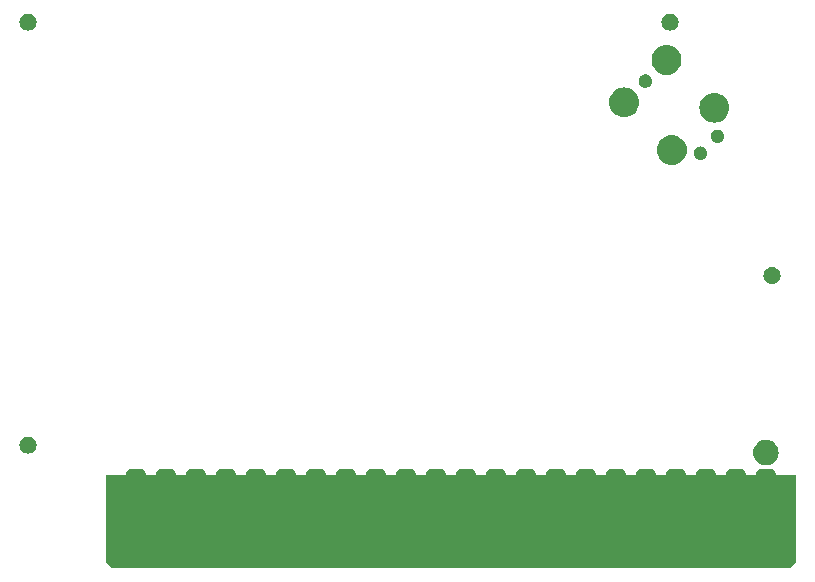
<source format=gbs>
G04 #@! TF.GenerationSoftware,KiCad,Pcbnew,8.0.5*
G04 #@! TF.CreationDate,2024-10-02T03:22:53-04:00*
G04 #@! TF.ProjectId,RAM2GS,52414d32-4753-42e6-9b69-6361645f7063,2.2*
G04 #@! TF.SameCoordinates,Original*
G04 #@! TF.FileFunction,Soldermask,Bot*
G04 #@! TF.FilePolarity,Negative*
%FSLAX46Y46*%
G04 Gerber Fmt 4.6, Leading zero omitted, Abs format (unit mm)*
G04 Created by KiCad (PCBNEW 8.0.5) date 2024-10-02 03:22:53*
%MOMM*%
%LPD*%
G01*
G04 APERTURE LIST*
G04 APERTURE END LIST*
G36*
X58123999Y-131543771D02*
G01*
X58135712Y-131547869D01*
X58146592Y-131549176D01*
X58202857Y-131571364D01*
X58252635Y-131588782D01*
X58259071Y-131593532D01*
X58262788Y-131594998D01*
X58325758Y-131642749D01*
X58362289Y-131669711D01*
X58389259Y-131706253D01*
X58437001Y-131769211D01*
X58438466Y-131772926D01*
X58443218Y-131779365D01*
X58460642Y-131829162D01*
X58482822Y-131885406D01*
X58484127Y-131896280D01*
X58488229Y-131908001D01*
X58496200Y-131993000D01*
X58496200Y-132037804D01*
X58533396Y-132075000D01*
X59322603Y-132075000D01*
X59359800Y-132037803D01*
X59359800Y-131996798D01*
X59359800Y-131993000D01*
X59367771Y-131908001D01*
X59371869Y-131896288D01*
X59373176Y-131885407D01*
X59395367Y-131829133D01*
X59412782Y-131779365D01*
X59417531Y-131772929D01*
X59418998Y-131769211D01*
X59466777Y-131706204D01*
X59493711Y-131669711D01*
X59530204Y-131642777D01*
X59593211Y-131594998D01*
X59596929Y-131593531D01*
X59603365Y-131588782D01*
X59653140Y-131571365D01*
X59709406Y-131549177D01*
X59720284Y-131547870D01*
X59732001Y-131543771D01*
X59817000Y-131535800D01*
X60579000Y-131535800D01*
X60663999Y-131543771D01*
X60675712Y-131547869D01*
X60686592Y-131549176D01*
X60742857Y-131571364D01*
X60792635Y-131588782D01*
X60799071Y-131593532D01*
X60802788Y-131594998D01*
X60865758Y-131642749D01*
X60902289Y-131669711D01*
X60929259Y-131706253D01*
X60977001Y-131769211D01*
X60978466Y-131772926D01*
X60983218Y-131779365D01*
X61000642Y-131829162D01*
X61022822Y-131885406D01*
X61024127Y-131896280D01*
X61028229Y-131908001D01*
X61036200Y-131993000D01*
X61036200Y-132037804D01*
X61073396Y-132075000D01*
X61862603Y-132075000D01*
X61899800Y-132037803D01*
X61899800Y-131996798D01*
X61899800Y-131993000D01*
X61907771Y-131908001D01*
X61911869Y-131896288D01*
X61913176Y-131885407D01*
X61935367Y-131829133D01*
X61952782Y-131779365D01*
X61957531Y-131772929D01*
X61958998Y-131769211D01*
X62006777Y-131706204D01*
X62033711Y-131669711D01*
X62070204Y-131642777D01*
X62133211Y-131594998D01*
X62136929Y-131593531D01*
X62143365Y-131588782D01*
X62193140Y-131571365D01*
X62249406Y-131549177D01*
X62260284Y-131547870D01*
X62272001Y-131543771D01*
X62357000Y-131535800D01*
X63119000Y-131535800D01*
X63203999Y-131543771D01*
X63215712Y-131547869D01*
X63226592Y-131549176D01*
X63282857Y-131571364D01*
X63332635Y-131588782D01*
X63339071Y-131593532D01*
X63342788Y-131594998D01*
X63405758Y-131642749D01*
X63442289Y-131669711D01*
X63469259Y-131706253D01*
X63517001Y-131769211D01*
X63518466Y-131772926D01*
X63523218Y-131779365D01*
X63540642Y-131829162D01*
X63562822Y-131885406D01*
X63564127Y-131896280D01*
X63568229Y-131908001D01*
X63576200Y-131993000D01*
X63576200Y-132037804D01*
X63613396Y-132075000D01*
X64402603Y-132075000D01*
X64439800Y-132037803D01*
X64439800Y-131996798D01*
X64439800Y-131993000D01*
X64447771Y-131908001D01*
X64451869Y-131896288D01*
X64453176Y-131885407D01*
X64475367Y-131829133D01*
X64492782Y-131779365D01*
X64497531Y-131772929D01*
X64498998Y-131769211D01*
X64546777Y-131706204D01*
X64573711Y-131669711D01*
X64610204Y-131642777D01*
X64673211Y-131594998D01*
X64676929Y-131593531D01*
X64683365Y-131588782D01*
X64733140Y-131571365D01*
X64789406Y-131549177D01*
X64800284Y-131547870D01*
X64812001Y-131543771D01*
X64897000Y-131535800D01*
X65659000Y-131535800D01*
X65743999Y-131543771D01*
X65755712Y-131547869D01*
X65766592Y-131549176D01*
X65822857Y-131571364D01*
X65872635Y-131588782D01*
X65879071Y-131593532D01*
X65882788Y-131594998D01*
X65945758Y-131642749D01*
X65982289Y-131669711D01*
X66009259Y-131706253D01*
X66057001Y-131769211D01*
X66058466Y-131772926D01*
X66063218Y-131779365D01*
X66080642Y-131829162D01*
X66102822Y-131885406D01*
X66104127Y-131896280D01*
X66108229Y-131908001D01*
X66116200Y-131993000D01*
X66116200Y-132037804D01*
X66153396Y-132075000D01*
X66942603Y-132075000D01*
X66979800Y-132037803D01*
X66979800Y-131996798D01*
X66979800Y-131993000D01*
X66987771Y-131908001D01*
X66991869Y-131896288D01*
X66993176Y-131885407D01*
X67015367Y-131829133D01*
X67032782Y-131779365D01*
X67037531Y-131772929D01*
X67038998Y-131769211D01*
X67086777Y-131706204D01*
X67113711Y-131669711D01*
X67150204Y-131642777D01*
X67213211Y-131594998D01*
X67216929Y-131593531D01*
X67223365Y-131588782D01*
X67273140Y-131571365D01*
X67329406Y-131549177D01*
X67340284Y-131547870D01*
X67352001Y-131543771D01*
X67437000Y-131535800D01*
X68199000Y-131535800D01*
X68283999Y-131543771D01*
X68295712Y-131547869D01*
X68306592Y-131549176D01*
X68362857Y-131571364D01*
X68412635Y-131588782D01*
X68419071Y-131593532D01*
X68422788Y-131594998D01*
X68485758Y-131642749D01*
X68522289Y-131669711D01*
X68549259Y-131706253D01*
X68597001Y-131769211D01*
X68598466Y-131772926D01*
X68603218Y-131779365D01*
X68620642Y-131829162D01*
X68642822Y-131885406D01*
X68644127Y-131896280D01*
X68648229Y-131908001D01*
X68656200Y-131993000D01*
X68656200Y-132037804D01*
X68693396Y-132075000D01*
X69482603Y-132075000D01*
X69519800Y-132037803D01*
X69519800Y-131996798D01*
X69519800Y-131993000D01*
X69527771Y-131908001D01*
X69531869Y-131896288D01*
X69533176Y-131885407D01*
X69555367Y-131829133D01*
X69572782Y-131779365D01*
X69577531Y-131772929D01*
X69578998Y-131769211D01*
X69626777Y-131706204D01*
X69653711Y-131669711D01*
X69690204Y-131642777D01*
X69753211Y-131594998D01*
X69756929Y-131593531D01*
X69763365Y-131588782D01*
X69813140Y-131571365D01*
X69869406Y-131549177D01*
X69880284Y-131547870D01*
X69892001Y-131543771D01*
X69977000Y-131535800D01*
X70739000Y-131535800D01*
X70823999Y-131543771D01*
X70835712Y-131547869D01*
X70846592Y-131549176D01*
X70902857Y-131571364D01*
X70952635Y-131588782D01*
X70959071Y-131593532D01*
X70962788Y-131594998D01*
X71025758Y-131642749D01*
X71062289Y-131669711D01*
X71089259Y-131706253D01*
X71137001Y-131769211D01*
X71138466Y-131772926D01*
X71143218Y-131779365D01*
X71160642Y-131829162D01*
X71182822Y-131885406D01*
X71184127Y-131896280D01*
X71188229Y-131908001D01*
X71196200Y-131993000D01*
X71196200Y-132037804D01*
X71233396Y-132075000D01*
X72022603Y-132075000D01*
X72059800Y-132037803D01*
X72059800Y-131996798D01*
X72059800Y-131993000D01*
X72067771Y-131908001D01*
X72071869Y-131896288D01*
X72073176Y-131885407D01*
X72095367Y-131829133D01*
X72112782Y-131779365D01*
X72117531Y-131772929D01*
X72118998Y-131769211D01*
X72166777Y-131706204D01*
X72193711Y-131669711D01*
X72230204Y-131642777D01*
X72293211Y-131594998D01*
X72296929Y-131593531D01*
X72303365Y-131588782D01*
X72353140Y-131571365D01*
X72409406Y-131549177D01*
X72420284Y-131547870D01*
X72432001Y-131543771D01*
X72517000Y-131535800D01*
X73279000Y-131535800D01*
X73363999Y-131543771D01*
X73375712Y-131547869D01*
X73386592Y-131549176D01*
X73442857Y-131571364D01*
X73492635Y-131588782D01*
X73499071Y-131593532D01*
X73502788Y-131594998D01*
X73565758Y-131642749D01*
X73602289Y-131669711D01*
X73629259Y-131706253D01*
X73677001Y-131769211D01*
X73678466Y-131772926D01*
X73683218Y-131779365D01*
X73700642Y-131829162D01*
X73722822Y-131885406D01*
X73724127Y-131896280D01*
X73728229Y-131908001D01*
X73736200Y-131993000D01*
X73736200Y-132037804D01*
X73773396Y-132075000D01*
X74562603Y-132075000D01*
X74599800Y-132037803D01*
X74599800Y-131996798D01*
X74599800Y-131993000D01*
X74607771Y-131908001D01*
X74611869Y-131896288D01*
X74613176Y-131885407D01*
X74635367Y-131829133D01*
X74652782Y-131779365D01*
X74657531Y-131772929D01*
X74658998Y-131769211D01*
X74706777Y-131706204D01*
X74733711Y-131669711D01*
X74770204Y-131642777D01*
X74833211Y-131594998D01*
X74836929Y-131593531D01*
X74843365Y-131588782D01*
X74893140Y-131571365D01*
X74949406Y-131549177D01*
X74960284Y-131547870D01*
X74972001Y-131543771D01*
X75057000Y-131535800D01*
X75819000Y-131535800D01*
X75903999Y-131543771D01*
X75915712Y-131547869D01*
X75926592Y-131549176D01*
X75982857Y-131571364D01*
X76032635Y-131588782D01*
X76039071Y-131593532D01*
X76042788Y-131594998D01*
X76105758Y-131642749D01*
X76142289Y-131669711D01*
X76169259Y-131706253D01*
X76217001Y-131769211D01*
X76218466Y-131772926D01*
X76223218Y-131779365D01*
X76240642Y-131829162D01*
X76262822Y-131885406D01*
X76264127Y-131896280D01*
X76268229Y-131908001D01*
X76276200Y-131993000D01*
X76276200Y-132037804D01*
X76313396Y-132075000D01*
X77102603Y-132075000D01*
X77139800Y-132037803D01*
X77139800Y-131996798D01*
X77139800Y-131993000D01*
X77147771Y-131908001D01*
X77151869Y-131896288D01*
X77153176Y-131885407D01*
X77175367Y-131829133D01*
X77192782Y-131779365D01*
X77197531Y-131772929D01*
X77198998Y-131769211D01*
X77246777Y-131706204D01*
X77273711Y-131669711D01*
X77310204Y-131642777D01*
X77373211Y-131594998D01*
X77376929Y-131593531D01*
X77383365Y-131588782D01*
X77433140Y-131571365D01*
X77489406Y-131549177D01*
X77500284Y-131547870D01*
X77512001Y-131543771D01*
X77597000Y-131535800D01*
X78359000Y-131535800D01*
X78443999Y-131543771D01*
X78455712Y-131547869D01*
X78466592Y-131549176D01*
X78522857Y-131571364D01*
X78572635Y-131588782D01*
X78579071Y-131593532D01*
X78582788Y-131594998D01*
X78645758Y-131642749D01*
X78682289Y-131669711D01*
X78709259Y-131706253D01*
X78757001Y-131769211D01*
X78758466Y-131772926D01*
X78763218Y-131779365D01*
X78780642Y-131829162D01*
X78802822Y-131885406D01*
X78804127Y-131896280D01*
X78808229Y-131908001D01*
X78816200Y-131993000D01*
X78816200Y-132037804D01*
X78853396Y-132075000D01*
X79642603Y-132075000D01*
X79679800Y-132037803D01*
X79679800Y-131996798D01*
X79679800Y-131993000D01*
X79687771Y-131908001D01*
X79691869Y-131896288D01*
X79693176Y-131885407D01*
X79715367Y-131829133D01*
X79732782Y-131779365D01*
X79737531Y-131772929D01*
X79738998Y-131769211D01*
X79786777Y-131706204D01*
X79813711Y-131669711D01*
X79850204Y-131642777D01*
X79913211Y-131594998D01*
X79916929Y-131593531D01*
X79923365Y-131588782D01*
X79973140Y-131571365D01*
X80029406Y-131549177D01*
X80040284Y-131547870D01*
X80052001Y-131543771D01*
X80137000Y-131535800D01*
X80899000Y-131535800D01*
X80983999Y-131543771D01*
X80995712Y-131547869D01*
X81006592Y-131549176D01*
X81062857Y-131571364D01*
X81112635Y-131588782D01*
X81119071Y-131593532D01*
X81122788Y-131594998D01*
X81185758Y-131642749D01*
X81222289Y-131669711D01*
X81249259Y-131706253D01*
X81297001Y-131769211D01*
X81298466Y-131772926D01*
X81303218Y-131779365D01*
X81320642Y-131829162D01*
X81342822Y-131885406D01*
X81344127Y-131896280D01*
X81348229Y-131908001D01*
X81356200Y-131993000D01*
X81356200Y-132037804D01*
X81393396Y-132075000D01*
X82182603Y-132075000D01*
X82219800Y-132037803D01*
X82219800Y-131996798D01*
X82219800Y-131993000D01*
X82227771Y-131908001D01*
X82231869Y-131896288D01*
X82233176Y-131885407D01*
X82255367Y-131829133D01*
X82272782Y-131779365D01*
X82277531Y-131772929D01*
X82278998Y-131769211D01*
X82326777Y-131706204D01*
X82353711Y-131669711D01*
X82390204Y-131642777D01*
X82453211Y-131594998D01*
X82456929Y-131593531D01*
X82463365Y-131588782D01*
X82513140Y-131571365D01*
X82569406Y-131549177D01*
X82580284Y-131547870D01*
X82592001Y-131543771D01*
X82677000Y-131535800D01*
X83439000Y-131535800D01*
X83523999Y-131543771D01*
X83535712Y-131547869D01*
X83546592Y-131549176D01*
X83602857Y-131571364D01*
X83652635Y-131588782D01*
X83659071Y-131593532D01*
X83662788Y-131594998D01*
X83725758Y-131642749D01*
X83762289Y-131669711D01*
X83789259Y-131706253D01*
X83837001Y-131769211D01*
X83838466Y-131772926D01*
X83843218Y-131779365D01*
X83860642Y-131829162D01*
X83882822Y-131885406D01*
X83884127Y-131896280D01*
X83888229Y-131908001D01*
X83896200Y-131993000D01*
X83896200Y-132037804D01*
X83933396Y-132075000D01*
X84722603Y-132075000D01*
X84759800Y-132037803D01*
X84759800Y-131996798D01*
X84759800Y-131993000D01*
X84767771Y-131908001D01*
X84771869Y-131896288D01*
X84773176Y-131885407D01*
X84795367Y-131829133D01*
X84812782Y-131779365D01*
X84817531Y-131772929D01*
X84818998Y-131769211D01*
X84866777Y-131706204D01*
X84893711Y-131669711D01*
X84930204Y-131642777D01*
X84993211Y-131594998D01*
X84996929Y-131593531D01*
X85003365Y-131588782D01*
X85053140Y-131571365D01*
X85109406Y-131549177D01*
X85120284Y-131547870D01*
X85132001Y-131543771D01*
X85217000Y-131535800D01*
X85979000Y-131535800D01*
X86063999Y-131543771D01*
X86075712Y-131547869D01*
X86086592Y-131549176D01*
X86142857Y-131571364D01*
X86192635Y-131588782D01*
X86199071Y-131593532D01*
X86202788Y-131594998D01*
X86265758Y-131642749D01*
X86302289Y-131669711D01*
X86329259Y-131706253D01*
X86377001Y-131769211D01*
X86378466Y-131772926D01*
X86383218Y-131779365D01*
X86400642Y-131829162D01*
X86422822Y-131885406D01*
X86424127Y-131896280D01*
X86428229Y-131908001D01*
X86436200Y-131993000D01*
X86436200Y-132037804D01*
X86473396Y-132075000D01*
X87262603Y-132075000D01*
X87299800Y-132037803D01*
X87299800Y-131996798D01*
X87299800Y-131993000D01*
X87307771Y-131908001D01*
X87311869Y-131896288D01*
X87313176Y-131885407D01*
X87335367Y-131829133D01*
X87352782Y-131779365D01*
X87357531Y-131772929D01*
X87358998Y-131769211D01*
X87406777Y-131706204D01*
X87433711Y-131669711D01*
X87470204Y-131642777D01*
X87533211Y-131594998D01*
X87536929Y-131593531D01*
X87543365Y-131588782D01*
X87593140Y-131571365D01*
X87649406Y-131549177D01*
X87660284Y-131547870D01*
X87672001Y-131543771D01*
X87757000Y-131535800D01*
X88519000Y-131535800D01*
X88603999Y-131543771D01*
X88615712Y-131547869D01*
X88626592Y-131549176D01*
X88682857Y-131571364D01*
X88732635Y-131588782D01*
X88739071Y-131593532D01*
X88742788Y-131594998D01*
X88805758Y-131642749D01*
X88842289Y-131669711D01*
X88869259Y-131706253D01*
X88917001Y-131769211D01*
X88918466Y-131772926D01*
X88923218Y-131779365D01*
X88940642Y-131829162D01*
X88962822Y-131885406D01*
X88964127Y-131896280D01*
X88968229Y-131908001D01*
X88976200Y-131993000D01*
X88976200Y-132037804D01*
X89013396Y-132075000D01*
X89802603Y-132075000D01*
X89839800Y-132037803D01*
X89839800Y-131996798D01*
X89839800Y-131993000D01*
X89847771Y-131908001D01*
X89851869Y-131896288D01*
X89853176Y-131885407D01*
X89875367Y-131829133D01*
X89892782Y-131779365D01*
X89897531Y-131772929D01*
X89898998Y-131769211D01*
X89946777Y-131706204D01*
X89973711Y-131669711D01*
X90010204Y-131642777D01*
X90073211Y-131594998D01*
X90076929Y-131593531D01*
X90083365Y-131588782D01*
X90133140Y-131571365D01*
X90189406Y-131549177D01*
X90200284Y-131547870D01*
X90212001Y-131543771D01*
X90297000Y-131535800D01*
X91059000Y-131535800D01*
X91143999Y-131543771D01*
X91155712Y-131547869D01*
X91166592Y-131549176D01*
X91222857Y-131571364D01*
X91272635Y-131588782D01*
X91279071Y-131593532D01*
X91282788Y-131594998D01*
X91345758Y-131642749D01*
X91382289Y-131669711D01*
X91409259Y-131706253D01*
X91457001Y-131769211D01*
X91458466Y-131772926D01*
X91463218Y-131779365D01*
X91480642Y-131829162D01*
X91502822Y-131885406D01*
X91504127Y-131896280D01*
X91508229Y-131908001D01*
X91516200Y-131993000D01*
X91516200Y-132037804D01*
X91553396Y-132075000D01*
X92342603Y-132075000D01*
X92379800Y-132037803D01*
X92379800Y-131996798D01*
X92379800Y-131993000D01*
X92387771Y-131908001D01*
X92391869Y-131896288D01*
X92393176Y-131885407D01*
X92415367Y-131829133D01*
X92432782Y-131779365D01*
X92437531Y-131772929D01*
X92438998Y-131769211D01*
X92486777Y-131706204D01*
X92513711Y-131669711D01*
X92550204Y-131642777D01*
X92613211Y-131594998D01*
X92616929Y-131593531D01*
X92623365Y-131588782D01*
X92673140Y-131571365D01*
X92729406Y-131549177D01*
X92740284Y-131547870D01*
X92752001Y-131543771D01*
X92837000Y-131535800D01*
X93599000Y-131535800D01*
X93683999Y-131543771D01*
X93695712Y-131547869D01*
X93706592Y-131549176D01*
X93762857Y-131571364D01*
X93812635Y-131588782D01*
X93819071Y-131593532D01*
X93822788Y-131594998D01*
X93885758Y-131642749D01*
X93922289Y-131669711D01*
X93949259Y-131706253D01*
X93997001Y-131769211D01*
X93998466Y-131772926D01*
X94003218Y-131779365D01*
X94020642Y-131829162D01*
X94042822Y-131885406D01*
X94044127Y-131896280D01*
X94048229Y-131908001D01*
X94056200Y-131993000D01*
X94056200Y-132037804D01*
X94093396Y-132075000D01*
X94882603Y-132075000D01*
X94919800Y-132037803D01*
X94919800Y-131996798D01*
X94919800Y-131993000D01*
X94927771Y-131908001D01*
X94931869Y-131896288D01*
X94933176Y-131885407D01*
X94955367Y-131829133D01*
X94972782Y-131779365D01*
X94977531Y-131772929D01*
X94978998Y-131769211D01*
X95026777Y-131706204D01*
X95053711Y-131669711D01*
X95090204Y-131642777D01*
X95153211Y-131594998D01*
X95156929Y-131593531D01*
X95163365Y-131588782D01*
X95213140Y-131571365D01*
X95269406Y-131549177D01*
X95280284Y-131547870D01*
X95292001Y-131543771D01*
X95377000Y-131535800D01*
X96139000Y-131535800D01*
X96223999Y-131543771D01*
X96235712Y-131547869D01*
X96246592Y-131549176D01*
X96302857Y-131571364D01*
X96352635Y-131588782D01*
X96359071Y-131593532D01*
X96362788Y-131594998D01*
X96425758Y-131642749D01*
X96462289Y-131669711D01*
X96489259Y-131706253D01*
X96537001Y-131769211D01*
X96538466Y-131772926D01*
X96543218Y-131779365D01*
X96560642Y-131829162D01*
X96582822Y-131885406D01*
X96584127Y-131896280D01*
X96588229Y-131908001D01*
X96596200Y-131993000D01*
X96596200Y-132037804D01*
X96633396Y-132075000D01*
X97422603Y-132075000D01*
X97459800Y-132037803D01*
X97459800Y-131996798D01*
X97459800Y-131993000D01*
X97467771Y-131908001D01*
X97471869Y-131896288D01*
X97473176Y-131885407D01*
X97495367Y-131829133D01*
X97512782Y-131779365D01*
X97517531Y-131772929D01*
X97518998Y-131769211D01*
X97566777Y-131706204D01*
X97593711Y-131669711D01*
X97630204Y-131642777D01*
X97693211Y-131594998D01*
X97696929Y-131593531D01*
X97703365Y-131588782D01*
X97753140Y-131571365D01*
X97809406Y-131549177D01*
X97820284Y-131547870D01*
X97832001Y-131543771D01*
X97917000Y-131535800D01*
X98679000Y-131535800D01*
X98763999Y-131543771D01*
X98775712Y-131547869D01*
X98786592Y-131549176D01*
X98842857Y-131571364D01*
X98892635Y-131588782D01*
X98899071Y-131593532D01*
X98902788Y-131594998D01*
X98965758Y-131642749D01*
X99002289Y-131669711D01*
X99029259Y-131706253D01*
X99077001Y-131769211D01*
X99078466Y-131772926D01*
X99083218Y-131779365D01*
X99100642Y-131829162D01*
X99122822Y-131885406D01*
X99124127Y-131896280D01*
X99128229Y-131908001D01*
X99136200Y-131993000D01*
X99136200Y-132037804D01*
X99173396Y-132075000D01*
X99962603Y-132075000D01*
X99999800Y-132037803D01*
X99999800Y-131996798D01*
X99999800Y-131993000D01*
X100007771Y-131908001D01*
X100011869Y-131896288D01*
X100013176Y-131885407D01*
X100035367Y-131829133D01*
X100052782Y-131779365D01*
X100057531Y-131772929D01*
X100058998Y-131769211D01*
X100106777Y-131706204D01*
X100133711Y-131669711D01*
X100170204Y-131642777D01*
X100233211Y-131594998D01*
X100236929Y-131593531D01*
X100243365Y-131588782D01*
X100293140Y-131571365D01*
X100349406Y-131549177D01*
X100360284Y-131547870D01*
X100372001Y-131543771D01*
X100457000Y-131535800D01*
X101219000Y-131535800D01*
X101303999Y-131543771D01*
X101315712Y-131547869D01*
X101326592Y-131549176D01*
X101382857Y-131571364D01*
X101432635Y-131588782D01*
X101439071Y-131593532D01*
X101442788Y-131594998D01*
X101505758Y-131642749D01*
X101542289Y-131669711D01*
X101569259Y-131706253D01*
X101617001Y-131769211D01*
X101618466Y-131772926D01*
X101623218Y-131779365D01*
X101640642Y-131829162D01*
X101662822Y-131885406D01*
X101664127Y-131896280D01*
X101668229Y-131908001D01*
X101676200Y-131993000D01*
X101676200Y-132037804D01*
X101713396Y-132075000D01*
X102502603Y-132075000D01*
X102539800Y-132037803D01*
X102539800Y-131996798D01*
X102539800Y-131993000D01*
X102547771Y-131908001D01*
X102551869Y-131896288D01*
X102553176Y-131885407D01*
X102575367Y-131829133D01*
X102592782Y-131779365D01*
X102597531Y-131772929D01*
X102598998Y-131769211D01*
X102646777Y-131706204D01*
X102673711Y-131669711D01*
X102710204Y-131642777D01*
X102773211Y-131594998D01*
X102776929Y-131593531D01*
X102783365Y-131588782D01*
X102833140Y-131571365D01*
X102889406Y-131549177D01*
X102900284Y-131547870D01*
X102912001Y-131543771D01*
X102997000Y-131535800D01*
X103759000Y-131535800D01*
X103843999Y-131543771D01*
X103855712Y-131547869D01*
X103866592Y-131549176D01*
X103922857Y-131571364D01*
X103972635Y-131588782D01*
X103979071Y-131593532D01*
X103982788Y-131594998D01*
X104045758Y-131642749D01*
X104082289Y-131669711D01*
X104109259Y-131706253D01*
X104157001Y-131769211D01*
X104158466Y-131772926D01*
X104163218Y-131779365D01*
X104180642Y-131829162D01*
X104202822Y-131885406D01*
X104204127Y-131896280D01*
X104208229Y-131908001D01*
X104216200Y-131993000D01*
X104216200Y-132037804D01*
X104253396Y-132075000D01*
X105042603Y-132075000D01*
X105079800Y-132037803D01*
X105079800Y-131996798D01*
X105079800Y-131993000D01*
X105087771Y-131908001D01*
X105091869Y-131896288D01*
X105093176Y-131885407D01*
X105115367Y-131829133D01*
X105132782Y-131779365D01*
X105137531Y-131772929D01*
X105138998Y-131769211D01*
X105186777Y-131706204D01*
X105213711Y-131669711D01*
X105250204Y-131642777D01*
X105313211Y-131594998D01*
X105316929Y-131593531D01*
X105323365Y-131588782D01*
X105373140Y-131571365D01*
X105429406Y-131549177D01*
X105440284Y-131547870D01*
X105452001Y-131543771D01*
X105537000Y-131535800D01*
X106299000Y-131535800D01*
X106383999Y-131543771D01*
X106395712Y-131547869D01*
X106406592Y-131549176D01*
X106462857Y-131571364D01*
X106512635Y-131588782D01*
X106519071Y-131593532D01*
X106522788Y-131594998D01*
X106585758Y-131642749D01*
X106622289Y-131669711D01*
X106649259Y-131706253D01*
X106697001Y-131769211D01*
X106698466Y-131772926D01*
X106703218Y-131779365D01*
X106720642Y-131829162D01*
X106742822Y-131885406D01*
X106744127Y-131896280D01*
X106748229Y-131908001D01*
X106756200Y-131993000D01*
X106756200Y-132037804D01*
X106793396Y-132075000D01*
X107582603Y-132075000D01*
X107619800Y-132037803D01*
X107619800Y-131996798D01*
X107619800Y-131993000D01*
X107627771Y-131908001D01*
X107631869Y-131896288D01*
X107633176Y-131885407D01*
X107655367Y-131829133D01*
X107672782Y-131779365D01*
X107677531Y-131772929D01*
X107678998Y-131769211D01*
X107726777Y-131706204D01*
X107753711Y-131669711D01*
X107790204Y-131642777D01*
X107853211Y-131594998D01*
X107856929Y-131593531D01*
X107863365Y-131588782D01*
X107913140Y-131571365D01*
X107969406Y-131549177D01*
X107980284Y-131547870D01*
X107992001Y-131543771D01*
X108077000Y-131535800D01*
X108839000Y-131535800D01*
X108923999Y-131543771D01*
X108935712Y-131547869D01*
X108946592Y-131549176D01*
X109002857Y-131571364D01*
X109052635Y-131588782D01*
X109059071Y-131593532D01*
X109062788Y-131594998D01*
X109125758Y-131642749D01*
X109162289Y-131669711D01*
X109189259Y-131706253D01*
X109237001Y-131769211D01*
X109238466Y-131772926D01*
X109243218Y-131779365D01*
X109260642Y-131829162D01*
X109282822Y-131885406D01*
X109284127Y-131896280D01*
X109288229Y-131908001D01*
X109296200Y-131993000D01*
X109296200Y-132037804D01*
X109333396Y-132075000D01*
X110122603Y-132075000D01*
X110159800Y-132037803D01*
X110159800Y-131996798D01*
X110159800Y-131993000D01*
X110167771Y-131908001D01*
X110171869Y-131896288D01*
X110173176Y-131885407D01*
X110195367Y-131829133D01*
X110212782Y-131779365D01*
X110217531Y-131772929D01*
X110218998Y-131769211D01*
X110266777Y-131706204D01*
X110293711Y-131669711D01*
X110330204Y-131642777D01*
X110393211Y-131594998D01*
X110396929Y-131593531D01*
X110403365Y-131588782D01*
X110453140Y-131571365D01*
X110509406Y-131549177D01*
X110520284Y-131547870D01*
X110532001Y-131543771D01*
X110617000Y-131535800D01*
X111379000Y-131535800D01*
X111463999Y-131543771D01*
X111475712Y-131547869D01*
X111486592Y-131549176D01*
X111542857Y-131571364D01*
X111592635Y-131588782D01*
X111599071Y-131593532D01*
X111602788Y-131594998D01*
X111665758Y-131642749D01*
X111702289Y-131669711D01*
X111729259Y-131706253D01*
X111777001Y-131769211D01*
X111778466Y-131772926D01*
X111783218Y-131779365D01*
X111800642Y-131829162D01*
X111822822Y-131885406D01*
X111824127Y-131896280D01*
X111828229Y-131908001D01*
X111836200Y-131993000D01*
X111836200Y-132037804D01*
X111873396Y-132075000D01*
X113525370Y-132075000D01*
X113537442Y-132080000D01*
X113538000Y-132080000D01*
X113538000Y-132080558D01*
X113543000Y-132092629D01*
X113543000Y-139433370D01*
X113538000Y-139445440D01*
X113538000Y-139446000D01*
X113537604Y-139446395D01*
X113532605Y-139458464D01*
X113042464Y-139948605D01*
X113030395Y-139953604D01*
X113030000Y-139954000D01*
X113029440Y-139954000D01*
X113017370Y-139959000D01*
X55638630Y-139959000D01*
X55626559Y-139954000D01*
X55626000Y-139954000D01*
X55625604Y-139953604D01*
X55613535Y-139948605D01*
X55123394Y-139458464D01*
X55118394Y-139446394D01*
X55118000Y-139446000D01*
X55118000Y-139445441D01*
X55113000Y-139433370D01*
X55113000Y-132092629D01*
X55118000Y-132080556D01*
X55118000Y-132080000D01*
X55118557Y-132080000D01*
X55130630Y-132075000D01*
X56782603Y-132075000D01*
X56819800Y-132037803D01*
X56819800Y-131996798D01*
X56819800Y-131993000D01*
X56827771Y-131908001D01*
X56831869Y-131896288D01*
X56833176Y-131885407D01*
X56855367Y-131829133D01*
X56872782Y-131779365D01*
X56877531Y-131772929D01*
X56878998Y-131769211D01*
X56926777Y-131706204D01*
X56953711Y-131669711D01*
X56990204Y-131642777D01*
X57053211Y-131594998D01*
X57056929Y-131593531D01*
X57063365Y-131588782D01*
X57113140Y-131571365D01*
X57169406Y-131549177D01*
X57180284Y-131547870D01*
X57192001Y-131543771D01*
X57277000Y-131535800D01*
X58039000Y-131535800D01*
X58123999Y-131543771D01*
G37*
G36*
X111292516Y-129139883D02*
G01*
X111477704Y-129211625D01*
X111646555Y-129316174D01*
X111793321Y-129449969D01*
X111913004Y-129608454D01*
X112001527Y-129786232D01*
X112055876Y-129977249D01*
X112074200Y-130175000D01*
X112055876Y-130372751D01*
X112001527Y-130563768D01*
X111913004Y-130741546D01*
X111793321Y-130900031D01*
X111646555Y-131033826D01*
X111477704Y-131138375D01*
X111292516Y-131210117D01*
X111097299Y-131246609D01*
X110898701Y-131246609D01*
X110703484Y-131210117D01*
X110518296Y-131138375D01*
X110349445Y-131033826D01*
X110202679Y-130900031D01*
X110082996Y-130741546D01*
X109994473Y-130563768D01*
X109940124Y-130372751D01*
X109921800Y-130175000D01*
X109940124Y-129977249D01*
X109994473Y-129786232D01*
X110082996Y-129608454D01*
X110202679Y-129449969D01*
X110349445Y-129316174D01*
X110518296Y-129211625D01*
X110703484Y-129139883D01*
X110898701Y-129103391D01*
X111097299Y-129103391D01*
X111292516Y-129139883D01*
G37*
G36*
X48675105Y-128834152D02*
G01*
X48828132Y-128887699D01*
X48965407Y-128973954D01*
X49080046Y-129088593D01*
X49166301Y-129225868D01*
X49219848Y-129378895D01*
X49238000Y-129540000D01*
X49219848Y-129701105D01*
X49166301Y-129854132D01*
X49080046Y-129991407D01*
X48965407Y-130106046D01*
X48828132Y-130192301D01*
X48675105Y-130245848D01*
X48514000Y-130264000D01*
X48352895Y-130245848D01*
X48199868Y-130192301D01*
X48062593Y-130106046D01*
X47947954Y-129991407D01*
X47861699Y-129854132D01*
X47808152Y-129701105D01*
X47790000Y-129540000D01*
X47808152Y-129378895D01*
X47861699Y-129225868D01*
X47947954Y-129088593D01*
X48062593Y-128973954D01*
X48199868Y-128887699D01*
X48352895Y-128834152D01*
X48514000Y-128816000D01*
X48675105Y-128834152D01*
G37*
G36*
X111667105Y-114483152D02*
G01*
X111820132Y-114536699D01*
X111957407Y-114622954D01*
X112072046Y-114737593D01*
X112158301Y-114874868D01*
X112211848Y-115027895D01*
X112230000Y-115189000D01*
X112211848Y-115350105D01*
X112158301Y-115503132D01*
X112072046Y-115640407D01*
X111957407Y-115755046D01*
X111820132Y-115841301D01*
X111667105Y-115894848D01*
X111506000Y-115913000D01*
X111344895Y-115894848D01*
X111191868Y-115841301D01*
X111054593Y-115755046D01*
X110939954Y-115640407D01*
X110853699Y-115503132D01*
X110800152Y-115350105D01*
X110782000Y-115189000D01*
X110800152Y-115027895D01*
X110853699Y-114874868D01*
X110939954Y-114737593D01*
X111054593Y-114622954D01*
X111191868Y-114536699D01*
X111344895Y-114483152D01*
X111506000Y-114465000D01*
X111667105Y-114483152D01*
G37*
G36*
X103244418Y-103313638D02*
G01*
X103457181Y-103370647D01*
X103656812Y-103463737D01*
X103837246Y-103590078D01*
X103992999Y-103745831D01*
X104119340Y-103926265D01*
X104212430Y-104125896D01*
X104269439Y-104338659D01*
X104288637Y-104558090D01*
X104269439Y-104777521D01*
X104212430Y-104990284D01*
X104119340Y-105189915D01*
X103992999Y-105370349D01*
X103837246Y-105526102D01*
X103656812Y-105652443D01*
X103457181Y-105745533D01*
X103244418Y-105802542D01*
X103024987Y-105821740D01*
X102805556Y-105802542D01*
X102592793Y-105745533D01*
X102393162Y-105652443D01*
X102212728Y-105526102D01*
X102056975Y-105370349D01*
X101930634Y-105189915D01*
X101837544Y-104990284D01*
X101780535Y-104777521D01*
X101761337Y-104558090D01*
X101780535Y-104338659D01*
X101837544Y-104125896D01*
X101930634Y-103926265D01*
X102056975Y-103745831D01*
X102212728Y-103590078D01*
X102393162Y-103463737D01*
X102592793Y-103370647D01*
X102805556Y-103313638D01*
X103024987Y-103294440D01*
X103244418Y-103313638D01*
G37*
G36*
X105484825Y-104260627D02*
G01*
X105518486Y-104260627D01*
X105557079Y-104270139D01*
X105597571Y-104275470D01*
X105625289Y-104286951D01*
X105652147Y-104293571D01*
X105692869Y-104314943D01*
X105735406Y-104332563D01*
X105754812Y-104347454D01*
X105774039Y-104357545D01*
X105813346Y-104392368D01*
X105853768Y-104423385D01*
X105865256Y-104438357D01*
X105877080Y-104448832D01*
X105910987Y-104497955D01*
X105944590Y-104541747D01*
X105949654Y-104553973D01*
X105955281Y-104562125D01*
X105979686Y-104626476D01*
X106001683Y-104679582D01*
X106002670Y-104687081D01*
X106004096Y-104690841D01*
X106015145Y-104781839D01*
X106021156Y-104827497D01*
X106015144Y-104873158D01*
X106004096Y-104964152D01*
X106002670Y-104967910D01*
X106001683Y-104975412D01*
X105979681Y-105028528D01*
X105955281Y-105092868D01*
X105949655Y-105101018D01*
X105944590Y-105113247D01*
X105910980Y-105157047D01*
X105877080Y-105206161D01*
X105865259Y-105216633D01*
X105853768Y-105231609D01*
X105813337Y-105262632D01*
X105774039Y-105297448D01*
X105754816Y-105307536D01*
X105735406Y-105322431D01*
X105692860Y-105340053D01*
X105652147Y-105361422D01*
X105625294Y-105368040D01*
X105597571Y-105379524D01*
X105557076Y-105384855D01*
X105518486Y-105394367D01*
X105484825Y-105394367D01*
X105449656Y-105398997D01*
X105414487Y-105394367D01*
X105380826Y-105394367D01*
X105342234Y-105384854D01*
X105301741Y-105379524D01*
X105274019Y-105368041D01*
X105247164Y-105361422D01*
X105206446Y-105340052D01*
X105163906Y-105322431D01*
X105144497Y-105307538D01*
X105125272Y-105297448D01*
X105085966Y-105262626D01*
X105045544Y-105231609D01*
X105034055Y-105216636D01*
X105022231Y-105206161D01*
X104988321Y-105157034D01*
X104954722Y-105113247D01*
X104949658Y-105101021D01*
X104944030Y-105092868D01*
X104919618Y-105028499D01*
X104897629Y-104975412D01*
X104896641Y-104967914D01*
X104895215Y-104964152D01*
X104884154Y-104873060D01*
X104878156Y-104827497D01*
X104884153Y-104781936D01*
X104895215Y-104690841D01*
X104896642Y-104687077D01*
X104897629Y-104679582D01*
X104919614Y-104626505D01*
X104944030Y-104562125D01*
X104949659Y-104553969D01*
X104954722Y-104541747D01*
X104988314Y-104497968D01*
X105022231Y-104448832D01*
X105034057Y-104438354D01*
X105045544Y-104423385D01*
X105085958Y-104392374D01*
X105125272Y-104357545D01*
X105144501Y-104347452D01*
X105163906Y-104332563D01*
X105206437Y-104314945D01*
X105247164Y-104293571D01*
X105274023Y-104286950D01*
X105301741Y-104275470D01*
X105342231Y-104270139D01*
X105380826Y-104260627D01*
X105414487Y-104260627D01*
X105449656Y-104255997D01*
X105484825Y-104260627D01*
G37*
G36*
X106921666Y-102823786D02*
G01*
X106955327Y-102823786D01*
X106993920Y-102833298D01*
X107034412Y-102838629D01*
X107062130Y-102850110D01*
X107088988Y-102856730D01*
X107129710Y-102878102D01*
X107172247Y-102895722D01*
X107191653Y-102910613D01*
X107210880Y-102920704D01*
X107250187Y-102955527D01*
X107290609Y-102986544D01*
X107302097Y-103001516D01*
X107313921Y-103011991D01*
X107347828Y-103061114D01*
X107381431Y-103104906D01*
X107386495Y-103117132D01*
X107392122Y-103125284D01*
X107416527Y-103189635D01*
X107438524Y-103242741D01*
X107439511Y-103250240D01*
X107440937Y-103254000D01*
X107451986Y-103344998D01*
X107457997Y-103390656D01*
X107451985Y-103436317D01*
X107440937Y-103527311D01*
X107439511Y-103531069D01*
X107438524Y-103538571D01*
X107416522Y-103591687D01*
X107392122Y-103656027D01*
X107386496Y-103664177D01*
X107381431Y-103676406D01*
X107347821Y-103720206D01*
X107313921Y-103769320D01*
X107302100Y-103779792D01*
X107290609Y-103794768D01*
X107250178Y-103825791D01*
X107210880Y-103860607D01*
X107191657Y-103870695D01*
X107172247Y-103885590D01*
X107129701Y-103903212D01*
X107088988Y-103924581D01*
X107062135Y-103931199D01*
X107034412Y-103942683D01*
X106993917Y-103948014D01*
X106955327Y-103957526D01*
X106921666Y-103957526D01*
X106886497Y-103962156D01*
X106851328Y-103957526D01*
X106817667Y-103957526D01*
X106779075Y-103948013D01*
X106738582Y-103942683D01*
X106710860Y-103931200D01*
X106684005Y-103924581D01*
X106643287Y-103903211D01*
X106600747Y-103885590D01*
X106581338Y-103870697D01*
X106562113Y-103860607D01*
X106522807Y-103825785D01*
X106482385Y-103794768D01*
X106470896Y-103779795D01*
X106459072Y-103769320D01*
X106425162Y-103720193D01*
X106391563Y-103676406D01*
X106386499Y-103664180D01*
X106380871Y-103656027D01*
X106356459Y-103591658D01*
X106334470Y-103538571D01*
X106333482Y-103531073D01*
X106332056Y-103527311D01*
X106320995Y-103436219D01*
X106314997Y-103390656D01*
X106320994Y-103345095D01*
X106332056Y-103254000D01*
X106333483Y-103250236D01*
X106334470Y-103242741D01*
X106356455Y-103189664D01*
X106380871Y-103125284D01*
X106386500Y-103117128D01*
X106391563Y-103104906D01*
X106425155Y-103061127D01*
X106459072Y-103011991D01*
X106470898Y-103001513D01*
X106482385Y-102986544D01*
X106522799Y-102955533D01*
X106562113Y-102920704D01*
X106581342Y-102910611D01*
X106600747Y-102895722D01*
X106643278Y-102878104D01*
X106684005Y-102856730D01*
X106710864Y-102850109D01*
X106738582Y-102838629D01*
X106779072Y-102833298D01*
X106817667Y-102823786D01*
X106851328Y-102823786D01*
X106886497Y-102819156D01*
X106921666Y-102823786D01*
G37*
G36*
X106836521Y-99721535D02*
G01*
X107049284Y-99778544D01*
X107248915Y-99871634D01*
X107429349Y-99997975D01*
X107585102Y-100153728D01*
X107711443Y-100334162D01*
X107804533Y-100533793D01*
X107861542Y-100746556D01*
X107880740Y-100965987D01*
X107861542Y-101185418D01*
X107804533Y-101398181D01*
X107711443Y-101597812D01*
X107585102Y-101778246D01*
X107429349Y-101933999D01*
X107248915Y-102060340D01*
X107049284Y-102153430D01*
X106836521Y-102210439D01*
X106617090Y-102229637D01*
X106397659Y-102210439D01*
X106184896Y-102153430D01*
X105985265Y-102060340D01*
X105804831Y-101933999D01*
X105649078Y-101778246D01*
X105522737Y-101597812D01*
X105429647Y-101398181D01*
X105372638Y-101185418D01*
X105353440Y-100965987D01*
X105372638Y-100746556D01*
X105429647Y-100533793D01*
X105522737Y-100334162D01*
X105649078Y-100153728D01*
X105804831Y-99997975D01*
X105985265Y-99871634D01*
X106184896Y-99778544D01*
X106397659Y-99721535D01*
X106617090Y-99702337D01*
X106836521Y-99721535D01*
G37*
G36*
X99203303Y-99272522D02*
G01*
X99416066Y-99329531D01*
X99615697Y-99422621D01*
X99796131Y-99548962D01*
X99951884Y-99704715D01*
X100078225Y-99885149D01*
X100171315Y-100084780D01*
X100228324Y-100297543D01*
X100247522Y-100516974D01*
X100228324Y-100736405D01*
X100171315Y-100949168D01*
X100078225Y-101148799D01*
X99951884Y-101329233D01*
X99796131Y-101484986D01*
X99615697Y-101611327D01*
X99416066Y-101704417D01*
X99203303Y-101761426D01*
X98983872Y-101780624D01*
X98764441Y-101761426D01*
X98551678Y-101704417D01*
X98352047Y-101611327D01*
X98171613Y-101484986D01*
X98015860Y-101329233D01*
X97889519Y-101148799D01*
X97796429Y-100949168D01*
X97739420Y-100736405D01*
X97720222Y-100516974D01*
X97739420Y-100297543D01*
X97796429Y-100084780D01*
X97889519Y-99885149D01*
X98015860Y-99704715D01*
X98171613Y-99548962D01*
X98352047Y-99422621D01*
X98551678Y-99329531D01*
X98764441Y-99272522D01*
X98983872Y-99253324D01*
X99203303Y-99272522D01*
G37*
G36*
X100815092Y-98154053D02*
G01*
X100848753Y-98154053D01*
X100887346Y-98163565D01*
X100927838Y-98168896D01*
X100955556Y-98180377D01*
X100982414Y-98186997D01*
X101023136Y-98208369D01*
X101065673Y-98225989D01*
X101085079Y-98240880D01*
X101104306Y-98250971D01*
X101143613Y-98285794D01*
X101184035Y-98316811D01*
X101195523Y-98331783D01*
X101207347Y-98342258D01*
X101241254Y-98391381D01*
X101274857Y-98435173D01*
X101279921Y-98447399D01*
X101285548Y-98455551D01*
X101309953Y-98519902D01*
X101331950Y-98573008D01*
X101332937Y-98580507D01*
X101334363Y-98584267D01*
X101345412Y-98675265D01*
X101351423Y-98720923D01*
X101345411Y-98766584D01*
X101334363Y-98857578D01*
X101332937Y-98861336D01*
X101331950Y-98868838D01*
X101309948Y-98921954D01*
X101285548Y-98986294D01*
X101279922Y-98994444D01*
X101274857Y-99006673D01*
X101241247Y-99050473D01*
X101207347Y-99099587D01*
X101195526Y-99110059D01*
X101184035Y-99125035D01*
X101143604Y-99156058D01*
X101104306Y-99190874D01*
X101085083Y-99200962D01*
X101065673Y-99215857D01*
X101023127Y-99233479D01*
X100982414Y-99254848D01*
X100955561Y-99261466D01*
X100927838Y-99272950D01*
X100887343Y-99278281D01*
X100848753Y-99287793D01*
X100815092Y-99287793D01*
X100779923Y-99292423D01*
X100744754Y-99287793D01*
X100711093Y-99287793D01*
X100672501Y-99278280D01*
X100632008Y-99272950D01*
X100604286Y-99261467D01*
X100577431Y-99254848D01*
X100536713Y-99233478D01*
X100494173Y-99215857D01*
X100474764Y-99200964D01*
X100455539Y-99190874D01*
X100416233Y-99156052D01*
X100375811Y-99125035D01*
X100364322Y-99110062D01*
X100352498Y-99099587D01*
X100318588Y-99050460D01*
X100284989Y-99006673D01*
X100279925Y-98994447D01*
X100274297Y-98986294D01*
X100249885Y-98921925D01*
X100227896Y-98868838D01*
X100226908Y-98861340D01*
X100225482Y-98857578D01*
X100214421Y-98766486D01*
X100208423Y-98720923D01*
X100214420Y-98675362D01*
X100225482Y-98584267D01*
X100226909Y-98580503D01*
X100227896Y-98573008D01*
X100249881Y-98519931D01*
X100274297Y-98455551D01*
X100279926Y-98447395D01*
X100284989Y-98435173D01*
X100318581Y-98391394D01*
X100352498Y-98342258D01*
X100364324Y-98331780D01*
X100375811Y-98316811D01*
X100416225Y-98285800D01*
X100455539Y-98250971D01*
X100474768Y-98240878D01*
X100494173Y-98225989D01*
X100536704Y-98208371D01*
X100577431Y-98186997D01*
X100604290Y-98180376D01*
X100632008Y-98168896D01*
X100672498Y-98163565D01*
X100711093Y-98154053D01*
X100744754Y-98154053D01*
X100779923Y-98149423D01*
X100815092Y-98154053D01*
G37*
G36*
X102795405Y-95680420D02*
G01*
X103008168Y-95737429D01*
X103207799Y-95830519D01*
X103388233Y-95956860D01*
X103543986Y-96112613D01*
X103670327Y-96293047D01*
X103763417Y-96492678D01*
X103820426Y-96705441D01*
X103839624Y-96924872D01*
X103820426Y-97144303D01*
X103763417Y-97357066D01*
X103670327Y-97556697D01*
X103543986Y-97737131D01*
X103388233Y-97892884D01*
X103207799Y-98019225D01*
X103008168Y-98112315D01*
X102795405Y-98169324D01*
X102575974Y-98188522D01*
X102356543Y-98169324D01*
X102143780Y-98112315D01*
X101944149Y-98019225D01*
X101763715Y-97892884D01*
X101607962Y-97737131D01*
X101481621Y-97556697D01*
X101388531Y-97357066D01*
X101331522Y-97144303D01*
X101312324Y-96924872D01*
X101331522Y-96705441D01*
X101388531Y-96492678D01*
X101481621Y-96293047D01*
X101607962Y-96112613D01*
X101763715Y-95956860D01*
X101944149Y-95830519D01*
X102143780Y-95737429D01*
X102356543Y-95680420D01*
X102575974Y-95661222D01*
X102795405Y-95680420D01*
G37*
G36*
X48675105Y-93020152D02*
G01*
X48828132Y-93073699D01*
X48965407Y-93159954D01*
X49080046Y-93274593D01*
X49166301Y-93411868D01*
X49219848Y-93564895D01*
X49238000Y-93726000D01*
X49219848Y-93887105D01*
X49166301Y-94040132D01*
X49080046Y-94177407D01*
X48965407Y-94292046D01*
X48828132Y-94378301D01*
X48675105Y-94431848D01*
X48514000Y-94450000D01*
X48352895Y-94431848D01*
X48199868Y-94378301D01*
X48062593Y-94292046D01*
X47947954Y-94177407D01*
X47861699Y-94040132D01*
X47808152Y-93887105D01*
X47790000Y-93726000D01*
X47808152Y-93564895D01*
X47861699Y-93411868D01*
X47947954Y-93274593D01*
X48062593Y-93159954D01*
X48199868Y-93073699D01*
X48352895Y-93020152D01*
X48514000Y-93002000D01*
X48675105Y-93020152D01*
G37*
G36*
X103031105Y-93020152D02*
G01*
X103184132Y-93073699D01*
X103321407Y-93159954D01*
X103436046Y-93274593D01*
X103522301Y-93411868D01*
X103575848Y-93564895D01*
X103594000Y-93726000D01*
X103575848Y-93887105D01*
X103522301Y-94040132D01*
X103436046Y-94177407D01*
X103321407Y-94292046D01*
X103184132Y-94378301D01*
X103031105Y-94431848D01*
X102870000Y-94450000D01*
X102708895Y-94431848D01*
X102555868Y-94378301D01*
X102418593Y-94292046D01*
X102303954Y-94177407D01*
X102217699Y-94040132D01*
X102164152Y-93887105D01*
X102146000Y-93726000D01*
X102164152Y-93564895D01*
X102217699Y-93411868D01*
X102303954Y-93274593D01*
X102418593Y-93159954D01*
X102555868Y-93073699D01*
X102708895Y-93020152D01*
X102870000Y-93002000D01*
X103031105Y-93020152D01*
G37*
M02*

</source>
